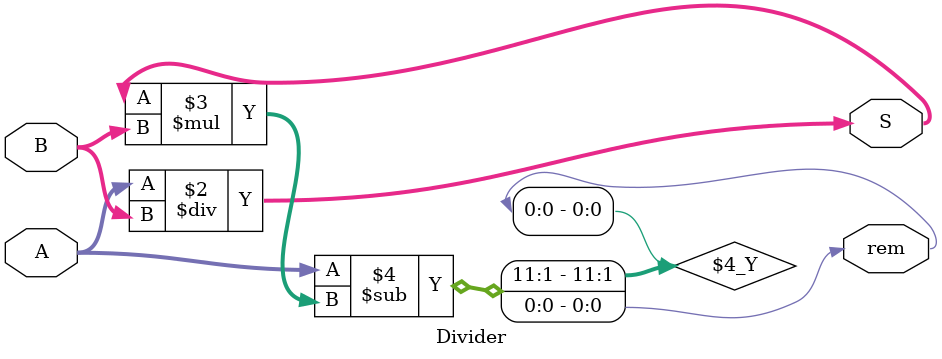
<source format=v>
`timescale 1ns / 1ps

module Divider(A, B, S, rem);
    parameter N = 12;

    input [N - 1: 0] A, B;    //inputs
    output reg [N - 1: 0] S;    //result
    output reg rem;    //remainder
    
    always @(A, B) begin
        S = A / B;
        rem = A - (S * B);
    end
endmodule

</source>
